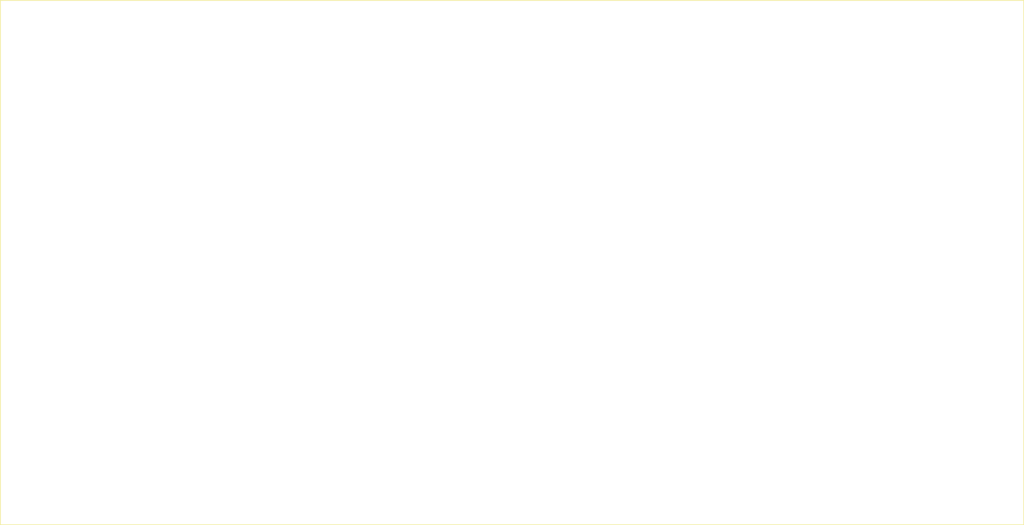
<source format=kicad_pcb>
(kicad_pcb (version 20171130) (host pcbnew 5.1.5+dfsg1-2build2)

  (general
    (thickness 1.6)
    (drawings 4)
    (tracks 0)
    (zones 0)
    (modules 0)
    (nets 1)
  )

  (page A4)
  (layers
    (0 F.Cu signal)
    (31 B.Cu signal)
    (32 B.Adhes user)
    (33 F.Adhes user)
    (34 B.Paste user)
    (35 F.Paste user)
    (36 B.SilkS user)
    (37 F.SilkS user)
    (38 B.Mask user)
    (39 F.Mask user)
    (40 Dwgs.User user)
    (41 Cmts.User user)
    (42 Eco1.User user)
    (43 Eco2.User user)
    (44 Edge.Cuts user)
    (45 Margin user)
    (46 B.CrtYd user)
    (47 F.CrtYd user)
    (48 B.Fab user)
    (49 F.Fab user)
  )

  (setup
    (last_trace_width 0.25)
    (trace_clearance 0.2)
    (zone_clearance 0.508)
    (zone_45_only no)
    (trace_min 0.2)
    (via_size 0.8)
    (via_drill 0.4)
    (via_min_size 0.4)
    (via_min_drill 0.3)
    (uvia_size 0.3)
    (uvia_drill 0.1)
    (uvias_allowed no)
    (uvia_min_size 0.2)
    (uvia_min_drill 0.1)
    (edge_width 0.05)
    (segment_width 0.2)
    (pcb_text_width 0.3)
    (pcb_text_size 1.5 1.5)
    (mod_edge_width 0.12)
    (mod_text_size 1 1)
    (mod_text_width 0.15)
    (pad_size 1.524 1.524)
    (pad_drill 0.762)
    (pad_to_mask_clearance 0.051)
    (solder_mask_min_width 0.25)
    (aux_axis_origin 0 0)
    (visible_elements FFFFFF7F)
    (pcbplotparams
      (layerselection 0x010fc_ffffffff)
      (usegerberextensions false)
      (usegerberattributes false)
      (usegerberadvancedattributes false)
      (creategerberjobfile false)
      (excludeedgelayer true)
      (linewidth 0.100000)
      (plotframeref false)
      (viasonmask false)
      (mode 1)
      (useauxorigin false)
      (hpglpennumber 1)
      (hpglpenspeed 20)
      (hpglpendiameter 15.000000)
      (psnegative false)
      (psa4output false)
      (plotreference true)
      (plotvalue true)
      (plotinvisibletext false)
      (padsonsilk false)
      (subtractmaskfromsilk false)
      (outputformat 1)
      (mirror false)
      (drillshape 1)
      (scaleselection 1)
      (outputdirectory ""))
  )

  (net 0 "")

  (net_class Default "This is the default net class."
    (clearance 0.2)
    (trace_width 0.25)
    (via_dia 0.8)
    (via_drill 0.4)
    (uvia_dia 0.3)
    (uvia_drill 0.1)
  )

  (gr_line (start 63.5 116.84) (end 63.5 38.1) (layer F.SilkS) (width 0.12))
  (gr_line (start 217.17 116.84) (end 63.5 116.84) (layer F.SilkS) (width 0.12))
  (gr_line (start 217.17 38.1) (end 217.17 116.84) (layer F.SilkS) (width 0.12))
  (gr_line (start 63.5 38.1) (end 217.17 38.1) (layer F.SilkS) (width 0.12))

)

</source>
